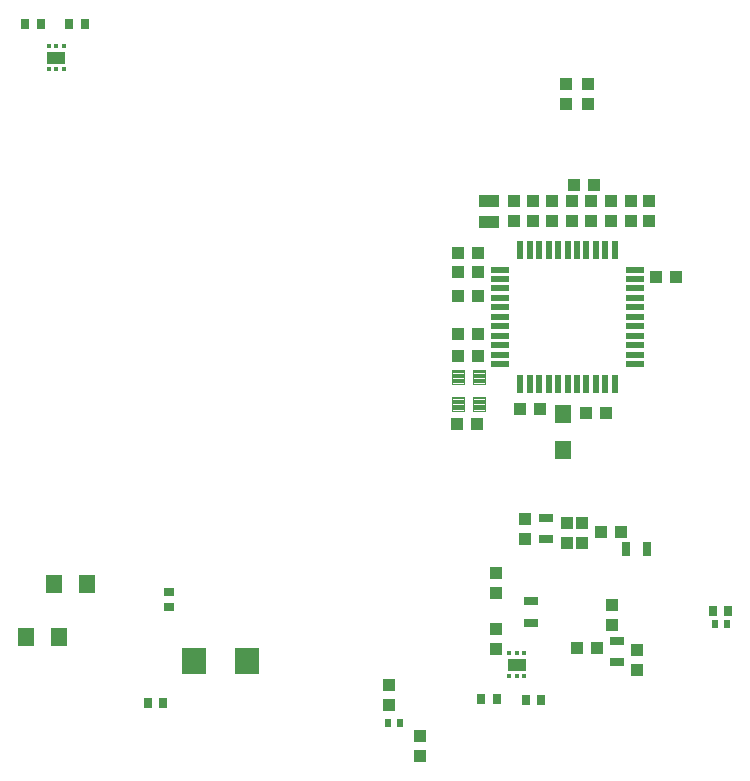
<source format=gbr>
G04 EAGLE Gerber RS-274X export*
G75*
%MOMM*%
%FSLAX34Y34*%
%LPD*%
%INSolderpaste Bottom*%
%IPPOS*%
%AMOC8*
5,1,8,0,0,1.08239X$1,22.5*%
G01*
%ADD10R,2.057400X2.235200*%
%ADD11R,1.400000X1.600000*%
%ADD12R,0.700000X0.900000*%
%ADD13R,0.300000X0.450000*%
%ADD14R,1.600000X1.000000*%
%ADD15R,1.000000X1.100000*%
%ADD16R,1.100000X1.000000*%
%ADD17R,1.200000X0.800000*%
%ADD18R,0.800000X1.200000*%
%ADD19R,0.600000X0.700000*%
%ADD20R,0.900000X0.700000*%
%ADD21R,1.780000X1.020000*%
%ADD22R,1.500000X0.550000*%
%ADD23R,0.550000X1.500000*%
%ADD24C,0.110000*%


D10*
X286723Y110500D03*
X241777Y110500D03*
D11*
X99360Y130880D03*
X127360Y130880D03*
D12*
X215620Y74390D03*
X202620Y74390D03*
D13*
X118440Y630920D03*
X118440Y611420D03*
X124940Y630920D03*
X131440Y630920D03*
X124940Y611420D03*
X131440Y611420D03*
D14*
X124940Y621170D03*
D12*
X148850Y649310D03*
X135850Y649310D03*
X98620Y649860D03*
X111620Y649860D03*
D13*
X521260Y97140D03*
X521260Y116640D03*
X514760Y97140D03*
X508260Y97140D03*
X514760Y116640D03*
X508260Y116640D03*
D14*
X514760Y106890D03*
D12*
X535600Y76990D03*
X522600Y76990D03*
X484860Y77920D03*
X497860Y77920D03*
D15*
X557410Y227280D03*
X557410Y210280D03*
D16*
X582730Y121670D03*
X565730Y121670D03*
D17*
X599460Y109380D03*
X599460Y127380D03*
X526950Y160670D03*
X526950Y142670D03*
D15*
X570280Y226930D03*
X570280Y209930D03*
D18*
X625000Y204670D03*
X607000Y204670D03*
D17*
X539750Y231690D03*
X539750Y213690D03*
D15*
X521850Y213560D03*
X521850Y230560D03*
D16*
X585670Y219200D03*
X602670Y219200D03*
D15*
X595690Y140970D03*
X595690Y157970D03*
X616380Y102560D03*
X616380Y119560D03*
X497294Y120216D03*
X497294Y137216D03*
X497420Y184510D03*
X497420Y167510D03*
X406160Y89910D03*
X406160Y72910D03*
D19*
X416050Y57560D03*
X406050Y57560D03*
D15*
X433060Y29910D03*
X433060Y46910D03*
D19*
X682700Y141340D03*
X692700Y141340D03*
D12*
X680940Y152870D03*
X693940Y152870D03*
D20*
X220670Y168930D03*
X220670Y155930D03*
D11*
X122750Y175080D03*
X150750Y175080D03*
D16*
X482250Y387500D03*
X465250Y387500D03*
X517812Y323377D03*
X534812Y323377D03*
D15*
X512742Y482730D03*
X512742Y499730D03*
D16*
X561122Y482730D03*
X561122Y499730D03*
X544610Y482730D03*
X544610Y499730D03*
X594580Y482730D03*
X594580Y499730D03*
X577830Y482730D03*
X577830Y499730D03*
D15*
X626840Y482520D03*
X626840Y499520D03*
D21*
X490958Y482044D03*
X490958Y499844D03*
D15*
X482050Y419620D03*
X465050Y419620D03*
X482250Y439860D03*
X465250Y439860D03*
D16*
X563260Y512990D03*
X580260Y512990D03*
D22*
X614732Y401648D03*
X614732Y409648D03*
X614732Y417648D03*
X614732Y425648D03*
X614732Y433648D03*
X614732Y441648D03*
X614732Y361648D03*
X614732Y369648D03*
X614732Y377648D03*
X614732Y385648D03*
X614732Y393648D03*
X500732Y401648D03*
X500732Y409648D03*
X500732Y417648D03*
X500732Y377648D03*
X500732Y393648D03*
X500732Y385648D03*
X500732Y369648D03*
X500732Y361648D03*
X500732Y441648D03*
X500732Y433648D03*
X500732Y425648D03*
D23*
X557732Y458648D03*
X565732Y458648D03*
X573732Y458648D03*
X581732Y458648D03*
X589732Y458648D03*
X597732Y458648D03*
X517732Y458648D03*
X525732Y458648D03*
X533732Y458648D03*
X541732Y458648D03*
X549732Y458648D03*
X557732Y344648D03*
X565732Y344648D03*
X573732Y344648D03*
X581732Y344648D03*
X589732Y344648D03*
X597732Y344648D03*
X517732Y344648D03*
X525732Y344648D03*
X549732Y344648D03*
X541732Y344648D03*
X533732Y344648D03*
D11*
X553715Y318995D03*
X553715Y288995D03*
D15*
X482250Y456048D03*
X465250Y456048D03*
D16*
X464420Y310560D03*
X481420Y310560D03*
X482250Y368660D03*
X465250Y368660D03*
D15*
X528380Y482730D03*
X528380Y499730D03*
D16*
X611290Y499520D03*
X611290Y482520D03*
D15*
X556590Y598580D03*
X556590Y581580D03*
X575380Y598580D03*
X575380Y581580D03*
X649970Y435080D03*
X632970Y435080D03*
D24*
X469700Y334050D02*
X469700Y322150D01*
X459800Y322150D01*
X459800Y334050D01*
X469700Y334050D01*
X469700Y323195D02*
X459800Y323195D01*
X459800Y324240D02*
X469700Y324240D01*
X469700Y325285D02*
X459800Y325285D01*
X459800Y326330D02*
X469700Y326330D01*
X469700Y327375D02*
X459800Y327375D01*
X459800Y328420D02*
X469700Y328420D01*
X469700Y329465D02*
X459800Y329465D01*
X459800Y330510D02*
X469700Y330510D01*
X469700Y331555D02*
X459800Y331555D01*
X459800Y332600D02*
X469700Y332600D01*
X469700Y333645D02*
X459800Y333645D01*
X469700Y345150D02*
X469700Y357050D01*
X469700Y345150D02*
X459800Y345150D01*
X459800Y357050D01*
X469700Y357050D01*
X469700Y346195D02*
X459800Y346195D01*
X459800Y347240D02*
X469700Y347240D01*
X469700Y348285D02*
X459800Y348285D01*
X459800Y349330D02*
X469700Y349330D01*
X469700Y350375D02*
X459800Y350375D01*
X459800Y351420D02*
X469700Y351420D01*
X469700Y352465D02*
X459800Y352465D01*
X459800Y353510D02*
X469700Y353510D01*
X469700Y354555D02*
X459800Y354555D01*
X459800Y355600D02*
X469700Y355600D01*
X469700Y356645D02*
X459800Y356645D01*
X487700Y357050D02*
X487700Y345150D01*
X477800Y345150D01*
X477800Y357050D01*
X487700Y357050D01*
X487700Y346195D02*
X477800Y346195D01*
X477800Y347240D02*
X487700Y347240D01*
X487700Y348285D02*
X477800Y348285D01*
X477800Y349330D02*
X487700Y349330D01*
X487700Y350375D02*
X477800Y350375D01*
X477800Y351420D02*
X487700Y351420D01*
X487700Y352465D02*
X477800Y352465D01*
X477800Y353510D02*
X487700Y353510D01*
X487700Y354555D02*
X477800Y354555D01*
X477800Y355600D02*
X487700Y355600D01*
X487700Y356645D02*
X477800Y356645D01*
X487700Y334050D02*
X487700Y322150D01*
X477800Y322150D01*
X477800Y334050D01*
X487700Y334050D01*
X487700Y323195D02*
X477800Y323195D01*
X477800Y324240D02*
X487700Y324240D01*
X487700Y325285D02*
X477800Y325285D01*
X477800Y326330D02*
X487700Y326330D01*
X487700Y327375D02*
X477800Y327375D01*
X477800Y328420D02*
X487700Y328420D01*
X487700Y329465D02*
X477800Y329465D01*
X477800Y330510D02*
X487700Y330510D01*
X487700Y331555D02*
X477800Y331555D01*
X477800Y332600D02*
X487700Y332600D01*
X487700Y333645D02*
X477800Y333645D01*
D15*
X573560Y320000D03*
X590560Y320000D03*
M02*

</source>
